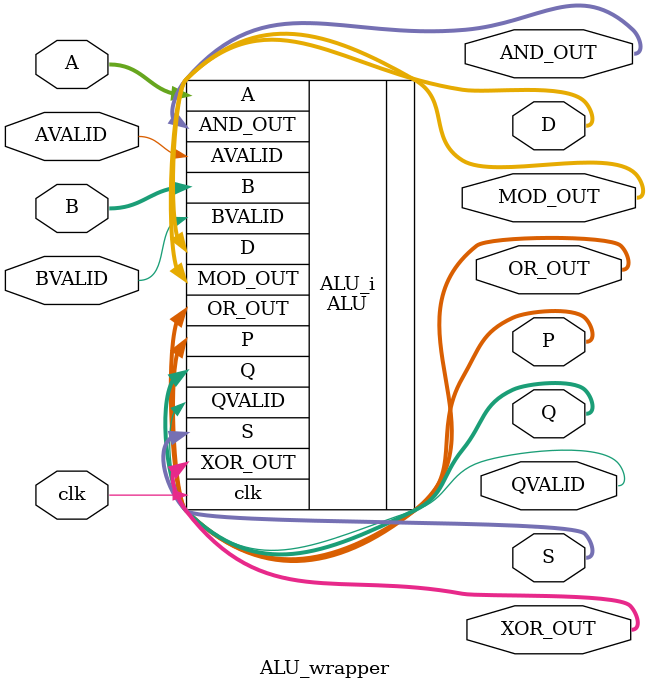
<source format=v>
`timescale 1 ps / 1 ps

module ALU_wrapper
   (A,
    AND_OUT,
    AVALID,
    B,
    BVALID,
    D,
    MOD_OUT,
    OR_OUT,
    P,
    Q,
    QVALID,
    S,
    XOR_OUT,
    clk);
  input [15:0]A;
  output [15:0]AND_OUT;
  input AVALID;
  input [15:0]B;
  input BVALID;
  output [15:0]D;
  output [15:0]MOD_OUT;
  output [15:0]OR_OUT;
  output [31:0]P;
  output [31:0]Q;
  output QVALID;
  output [15:0]S;
  output [15:0]XOR_OUT;
  input clk;

  wire [15:0]A;
  wire [15:0]AND_OUT;
  wire AVALID;
  wire [15:0]B;
  wire BVALID;
  wire [15:0]D;
  wire [15:0]MOD_OUT;
  wire [15:0]OR_OUT;
  wire [31:0]P;
  wire [31:0]Q;
  wire QVALID;
  wire [15:0]S;
  wire [15:0]XOR_OUT;
  wire clk;

  ALU ALU_i
       (.A(A),
        .AND_OUT(AND_OUT),
        .AVALID(AVALID),
        .B(B),
        .BVALID(BVALID),
        .D(D),
        .MOD_OUT(MOD_OUT),
        .OR_OUT(OR_OUT),
        .P(P),
        .Q(Q),
        .QVALID(QVALID),
        .S(S),
        .XOR_OUT(XOR_OUT),
        .clk(clk));
endmodule

</source>
